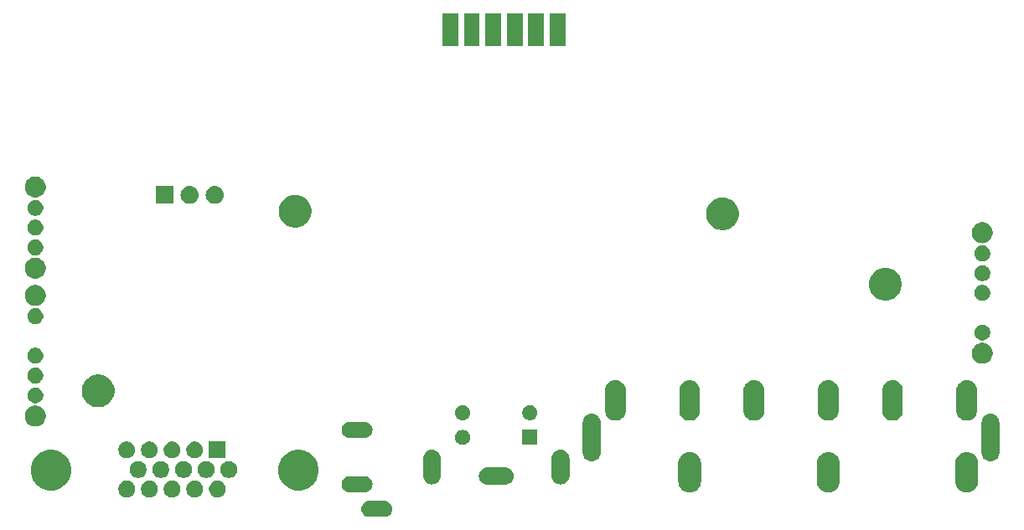
<source format=gbs>
G04 #@! TF.GenerationSoftware,KiCad,Pcbnew,(5.1.0)-1*
G04 #@! TF.CreationDate,2019-06-07T12:29:44-04:00*
G04 #@! TF.ProjectId,PSX Breakout,50535820-4272-4656-916b-6f75742e6b69,rev?*
G04 #@! TF.SameCoordinates,Original*
G04 #@! TF.FileFunction,Soldermask,Bot*
G04 #@! TF.FilePolarity,Negative*
%FSLAX46Y46*%
G04 Gerber Fmt 4.6, Leading zero omitted, Abs format (unit mm)*
G04 Created by KiCad (PCBNEW (5.1.0)-1) date 2019-06-07 12:29:44*
%MOMM*%
%LPD*%
G04 APERTURE LIST*
%ADD10C,0.100000*%
G04 APERTURE END LIST*
D10*
G36*
X127530808Y-109442648D02*
G01*
X127682551Y-109488678D01*
X127822398Y-109563428D01*
X127944975Y-109664025D01*
X128045572Y-109786602D01*
X128120322Y-109926449D01*
X128166352Y-110078192D01*
X128181895Y-110236000D01*
X128166352Y-110393808D01*
X128120322Y-110545551D01*
X128045572Y-110685398D01*
X127944975Y-110807975D01*
X127822398Y-110908572D01*
X127682551Y-110983322D01*
X127530808Y-111029352D01*
X127412546Y-111041000D01*
X125825454Y-111041000D01*
X125707192Y-111029352D01*
X125555449Y-110983322D01*
X125415602Y-110908572D01*
X125293025Y-110807975D01*
X125192428Y-110685398D01*
X125117678Y-110545551D01*
X125071648Y-110393808D01*
X125056105Y-110236000D01*
X125071648Y-110078192D01*
X125117678Y-109926449D01*
X125192428Y-109786602D01*
X125293025Y-109664025D01*
X125415602Y-109563428D01*
X125555449Y-109488678D01*
X125707192Y-109442648D01*
X125825454Y-109431000D01*
X127412546Y-109431000D01*
X127530808Y-109442648D01*
X127530808Y-109442648D01*
G37*
G36*
X110758728Y-107408703D02*
G01*
X110913600Y-107472853D01*
X111052981Y-107565985D01*
X111171515Y-107684519D01*
X111264647Y-107823900D01*
X111328797Y-107978772D01*
X111361500Y-108143184D01*
X111361500Y-108310816D01*
X111328797Y-108475228D01*
X111264647Y-108630100D01*
X111171515Y-108769481D01*
X111052981Y-108888015D01*
X110913600Y-108981147D01*
X110758728Y-109045297D01*
X110594316Y-109078000D01*
X110426684Y-109078000D01*
X110262272Y-109045297D01*
X110107400Y-108981147D01*
X109968019Y-108888015D01*
X109849485Y-108769481D01*
X109756353Y-108630100D01*
X109692203Y-108475228D01*
X109659500Y-108310816D01*
X109659500Y-108143184D01*
X109692203Y-107978772D01*
X109756353Y-107823900D01*
X109849485Y-107684519D01*
X109968019Y-107565985D01*
X110107400Y-107472853D01*
X110262272Y-107408703D01*
X110426684Y-107376000D01*
X110594316Y-107376000D01*
X110758728Y-107408703D01*
X110758728Y-107408703D01*
G37*
G36*
X101598728Y-107408703D02*
G01*
X101753600Y-107472853D01*
X101892981Y-107565985D01*
X102011515Y-107684519D01*
X102104647Y-107823900D01*
X102168797Y-107978772D01*
X102201500Y-108143184D01*
X102201500Y-108310816D01*
X102168797Y-108475228D01*
X102104647Y-108630100D01*
X102011515Y-108769481D01*
X101892981Y-108888015D01*
X101753600Y-108981147D01*
X101598728Y-109045297D01*
X101434316Y-109078000D01*
X101266684Y-109078000D01*
X101102272Y-109045297D01*
X100947400Y-108981147D01*
X100808019Y-108888015D01*
X100689485Y-108769481D01*
X100596353Y-108630100D01*
X100532203Y-108475228D01*
X100499500Y-108310816D01*
X100499500Y-108143184D01*
X100532203Y-107978772D01*
X100596353Y-107823900D01*
X100689485Y-107684519D01*
X100808019Y-107565985D01*
X100947400Y-107472853D01*
X101102272Y-107408703D01*
X101266684Y-107376000D01*
X101434316Y-107376000D01*
X101598728Y-107408703D01*
X101598728Y-107408703D01*
G37*
G36*
X103888728Y-107408703D02*
G01*
X104043600Y-107472853D01*
X104182981Y-107565985D01*
X104301515Y-107684519D01*
X104394647Y-107823900D01*
X104458797Y-107978772D01*
X104491500Y-108143184D01*
X104491500Y-108310816D01*
X104458797Y-108475228D01*
X104394647Y-108630100D01*
X104301515Y-108769481D01*
X104182981Y-108888015D01*
X104043600Y-108981147D01*
X103888728Y-109045297D01*
X103724316Y-109078000D01*
X103556684Y-109078000D01*
X103392272Y-109045297D01*
X103237400Y-108981147D01*
X103098019Y-108888015D01*
X102979485Y-108769481D01*
X102886353Y-108630100D01*
X102822203Y-108475228D01*
X102789500Y-108310816D01*
X102789500Y-108143184D01*
X102822203Y-107978772D01*
X102886353Y-107823900D01*
X102979485Y-107684519D01*
X103098019Y-107565985D01*
X103237400Y-107472853D01*
X103392272Y-107408703D01*
X103556684Y-107376000D01*
X103724316Y-107376000D01*
X103888728Y-107408703D01*
X103888728Y-107408703D01*
G37*
G36*
X108468728Y-107408703D02*
G01*
X108623600Y-107472853D01*
X108762981Y-107565985D01*
X108881515Y-107684519D01*
X108974647Y-107823900D01*
X109038797Y-107978772D01*
X109071500Y-108143184D01*
X109071500Y-108310816D01*
X109038797Y-108475228D01*
X108974647Y-108630100D01*
X108881515Y-108769481D01*
X108762981Y-108888015D01*
X108623600Y-108981147D01*
X108468728Y-109045297D01*
X108304316Y-109078000D01*
X108136684Y-109078000D01*
X107972272Y-109045297D01*
X107817400Y-108981147D01*
X107678019Y-108888015D01*
X107559485Y-108769481D01*
X107466353Y-108630100D01*
X107402203Y-108475228D01*
X107369500Y-108310816D01*
X107369500Y-108143184D01*
X107402203Y-107978772D01*
X107466353Y-107823900D01*
X107559485Y-107684519D01*
X107678019Y-107565985D01*
X107817400Y-107472853D01*
X107972272Y-107408703D01*
X108136684Y-107376000D01*
X108304316Y-107376000D01*
X108468728Y-107408703D01*
X108468728Y-107408703D01*
G37*
G36*
X106178728Y-107408703D02*
G01*
X106333600Y-107472853D01*
X106472981Y-107565985D01*
X106591515Y-107684519D01*
X106684647Y-107823900D01*
X106748797Y-107978772D01*
X106781500Y-108143184D01*
X106781500Y-108310816D01*
X106748797Y-108475228D01*
X106684647Y-108630100D01*
X106591515Y-108769481D01*
X106472981Y-108888015D01*
X106333600Y-108981147D01*
X106178728Y-109045297D01*
X106014316Y-109078000D01*
X105846684Y-109078000D01*
X105682272Y-109045297D01*
X105527400Y-108981147D01*
X105388019Y-108888015D01*
X105269485Y-108769481D01*
X105176353Y-108630100D01*
X105112203Y-108475228D01*
X105079500Y-108310816D01*
X105079500Y-108143184D01*
X105112203Y-107978772D01*
X105176353Y-107823900D01*
X105269485Y-107684519D01*
X105388019Y-107565985D01*
X105527400Y-107472853D01*
X105682272Y-107408703D01*
X105846684Y-107376000D01*
X106014316Y-107376000D01*
X106178728Y-107408703D01*
X106178728Y-107408703D01*
G37*
G36*
X186449134Y-104475654D02*
G01*
X186666099Y-104541470D01*
X186666101Y-104541471D01*
X186866053Y-104648347D01*
X186892559Y-104670100D01*
X187041318Y-104792182D01*
X187094074Y-104856466D01*
X187185153Y-104967445D01*
X187282829Y-105150186D01*
X187292030Y-105167400D01*
X187320963Y-105262779D01*
X187357846Y-105384366D01*
X187374500Y-105553455D01*
X187374500Y-107466545D01*
X187367050Y-107542185D01*
X187357846Y-107635635D01*
X187311031Y-107789963D01*
X187292029Y-107852602D01*
X187185153Y-108052555D01*
X187041318Y-108227818D01*
X186866055Y-108371653D01*
X186672278Y-108475228D01*
X186666100Y-108478530D01*
X186449135Y-108544346D01*
X186223500Y-108566569D01*
X185997866Y-108544346D01*
X185780901Y-108478530D01*
X185774723Y-108475228D01*
X185580946Y-108371653D01*
X185405683Y-108227818D01*
X185261848Y-108052555D01*
X185154972Y-107852602D01*
X185135971Y-107789963D01*
X185089155Y-107635635D01*
X185075026Y-107492185D01*
X185072500Y-107466544D01*
X185072500Y-105553456D01*
X185084787Y-105428703D01*
X185089154Y-105384366D01*
X185154970Y-105167401D01*
X185154972Y-105167398D01*
X185261847Y-104967447D01*
X185294208Y-104928015D01*
X185405682Y-104792182D01*
X185488904Y-104723884D01*
X185580945Y-104648347D01*
X185780898Y-104541471D01*
X185780900Y-104541470D01*
X185997865Y-104475654D01*
X186223500Y-104453431D01*
X186449134Y-104475654D01*
X186449134Y-104475654D01*
G37*
G36*
X158449134Y-104475654D02*
G01*
X158666099Y-104541470D01*
X158666101Y-104541471D01*
X158866053Y-104648347D01*
X158892559Y-104670100D01*
X159041318Y-104792182D01*
X159094074Y-104856466D01*
X159185153Y-104967445D01*
X159282829Y-105150186D01*
X159292030Y-105167400D01*
X159320963Y-105262779D01*
X159357846Y-105384366D01*
X159374500Y-105553455D01*
X159374500Y-107466545D01*
X159367050Y-107542185D01*
X159357846Y-107635635D01*
X159311031Y-107789963D01*
X159292029Y-107852602D01*
X159185153Y-108052555D01*
X159041318Y-108227818D01*
X158866055Y-108371653D01*
X158672278Y-108475228D01*
X158666100Y-108478530D01*
X158449135Y-108544346D01*
X158223500Y-108566569D01*
X157997866Y-108544346D01*
X157780901Y-108478530D01*
X157774723Y-108475228D01*
X157580946Y-108371653D01*
X157405683Y-108227818D01*
X157261848Y-108052555D01*
X157154972Y-107852602D01*
X157135971Y-107789963D01*
X157089155Y-107635635D01*
X157075026Y-107492185D01*
X157072500Y-107466544D01*
X157072500Y-105553456D01*
X157084787Y-105428703D01*
X157089154Y-105384366D01*
X157154970Y-105167401D01*
X157154972Y-105167398D01*
X157261847Y-104967447D01*
X157294208Y-104928015D01*
X157405682Y-104792182D01*
X157488904Y-104723884D01*
X157580945Y-104648347D01*
X157780898Y-104541471D01*
X157780900Y-104541470D01*
X157997865Y-104475654D01*
X158223500Y-104453431D01*
X158449134Y-104475654D01*
X158449134Y-104475654D01*
G37*
G36*
X172449134Y-104475654D02*
G01*
X172666099Y-104541470D01*
X172666101Y-104541471D01*
X172866053Y-104648347D01*
X172892559Y-104670100D01*
X173041318Y-104792182D01*
X173094074Y-104856466D01*
X173185153Y-104967445D01*
X173282829Y-105150186D01*
X173292030Y-105167400D01*
X173320963Y-105262779D01*
X173357846Y-105384366D01*
X173374500Y-105553455D01*
X173374500Y-107466545D01*
X173367050Y-107542185D01*
X173357846Y-107635635D01*
X173311031Y-107789963D01*
X173292029Y-107852602D01*
X173185153Y-108052555D01*
X173041318Y-108227818D01*
X172866055Y-108371653D01*
X172672278Y-108475228D01*
X172666100Y-108478530D01*
X172449135Y-108544346D01*
X172223500Y-108566569D01*
X171997866Y-108544346D01*
X171780901Y-108478530D01*
X171774723Y-108475228D01*
X171580946Y-108371653D01*
X171405683Y-108227818D01*
X171261848Y-108052555D01*
X171154972Y-107852602D01*
X171135971Y-107789963D01*
X171089155Y-107635635D01*
X171075026Y-107492185D01*
X171072500Y-107466544D01*
X171072500Y-105553456D01*
X171084787Y-105428703D01*
X171089154Y-105384366D01*
X171154970Y-105167401D01*
X171154972Y-105167398D01*
X171261847Y-104967447D01*
X171294208Y-104928015D01*
X171405682Y-104792182D01*
X171488904Y-104723884D01*
X171580945Y-104648347D01*
X171780898Y-104541471D01*
X171780900Y-104541470D01*
X171997865Y-104475654D01*
X172223500Y-104453431D01*
X172449134Y-104475654D01*
X172449134Y-104475654D01*
G37*
G36*
X125530808Y-106942648D02*
G01*
X125682551Y-106988678D01*
X125822398Y-107063428D01*
X125944975Y-107164025D01*
X126045572Y-107286602D01*
X126120322Y-107426449D01*
X126166352Y-107578192D01*
X126181895Y-107736000D01*
X126166352Y-107893808D01*
X126120322Y-108045551D01*
X126045572Y-108185398D01*
X125944975Y-108307975D01*
X125822398Y-108408572D01*
X125682551Y-108483322D01*
X125530808Y-108529352D01*
X125412546Y-108541000D01*
X123825454Y-108541000D01*
X123707192Y-108529352D01*
X123555449Y-108483322D01*
X123415602Y-108408572D01*
X123293025Y-108307975D01*
X123192428Y-108185398D01*
X123117678Y-108045551D01*
X123071648Y-107893808D01*
X123056105Y-107736000D01*
X123071648Y-107578192D01*
X123117678Y-107426449D01*
X123192428Y-107286602D01*
X123293025Y-107164025D01*
X123415602Y-107063428D01*
X123555449Y-106988678D01*
X123707192Y-106942648D01*
X123825454Y-106931000D01*
X125412546Y-106931000D01*
X125530808Y-106942648D01*
X125530808Y-106942648D01*
G37*
G36*
X119293754Y-104344818D02*
G01*
X119609620Y-104475654D01*
X119667013Y-104499427D01*
X120002936Y-104723884D01*
X120288616Y-105009564D01*
X120457809Y-105262778D01*
X120513074Y-105345489D01*
X120667682Y-105718746D01*
X120746500Y-106114993D01*
X120746500Y-106519007D01*
X120667682Y-106915254D01*
X120550372Y-107198465D01*
X120513073Y-107288513D01*
X120288616Y-107624436D01*
X120002936Y-107910116D01*
X119667013Y-108134573D01*
X119667012Y-108134574D01*
X119667011Y-108134574D01*
X119293754Y-108289182D01*
X118897507Y-108368000D01*
X118493493Y-108368000D01*
X118097246Y-108289182D01*
X117723989Y-108134574D01*
X117723988Y-108134574D01*
X117723987Y-108134573D01*
X117388064Y-107910116D01*
X117102384Y-107624436D01*
X116877927Y-107288513D01*
X116840628Y-107198465D01*
X116723318Y-106915254D01*
X116644500Y-106519007D01*
X116644500Y-106114993D01*
X116723318Y-105718746D01*
X116877926Y-105345489D01*
X116933192Y-105262778D01*
X117102384Y-105009564D01*
X117388064Y-104723884D01*
X117723987Y-104499427D01*
X117781380Y-104475654D01*
X118097246Y-104344818D01*
X118493493Y-104266000D01*
X118897507Y-104266000D01*
X119293754Y-104344818D01*
X119293754Y-104344818D01*
G37*
G36*
X94293754Y-104344818D02*
G01*
X94609620Y-104475654D01*
X94667013Y-104499427D01*
X95002936Y-104723884D01*
X95288616Y-105009564D01*
X95457809Y-105262778D01*
X95513074Y-105345489D01*
X95667682Y-105718746D01*
X95746500Y-106114993D01*
X95746500Y-106519007D01*
X95667682Y-106915254D01*
X95550372Y-107198465D01*
X95513073Y-107288513D01*
X95288616Y-107624436D01*
X95002936Y-107910116D01*
X94667013Y-108134573D01*
X94667012Y-108134574D01*
X94667011Y-108134574D01*
X94293754Y-108289182D01*
X93897507Y-108368000D01*
X93493493Y-108368000D01*
X93097246Y-108289182D01*
X92723989Y-108134574D01*
X92723988Y-108134574D01*
X92723987Y-108134573D01*
X92388064Y-107910116D01*
X92102384Y-107624436D01*
X91877927Y-107288513D01*
X91840628Y-107198465D01*
X91723318Y-106915254D01*
X91644500Y-106519007D01*
X91644500Y-106114993D01*
X91723318Y-105718746D01*
X91877926Y-105345489D01*
X91933192Y-105262778D01*
X92102384Y-105009564D01*
X92388064Y-104723884D01*
X92723987Y-104499427D01*
X92781380Y-104475654D01*
X93097246Y-104344818D01*
X93493493Y-104266000D01*
X93897507Y-104266000D01*
X94293754Y-104344818D01*
X94293754Y-104344818D01*
G37*
G36*
X139644443Y-106007519D02*
G01*
X139710627Y-106014037D01*
X139880466Y-106065557D01*
X140036991Y-106149222D01*
X140072729Y-106178552D01*
X140174186Y-106261814D01*
X140257448Y-106363271D01*
X140286778Y-106399009D01*
X140370443Y-106555534D01*
X140421963Y-106725373D01*
X140439359Y-106902000D01*
X140421963Y-107078627D01*
X140370443Y-107248466D01*
X140286778Y-107404991D01*
X140257448Y-107440729D01*
X140174186Y-107542186D01*
X140097916Y-107604778D01*
X140036991Y-107654778D01*
X140036989Y-107654779D01*
X139885037Y-107736000D01*
X139880466Y-107738443D01*
X139710627Y-107789963D01*
X139644442Y-107796482D01*
X139578260Y-107803000D01*
X137789740Y-107803000D01*
X137723558Y-107796482D01*
X137657373Y-107789963D01*
X137487534Y-107738443D01*
X137482964Y-107736000D01*
X137331011Y-107654779D01*
X137331009Y-107654778D01*
X137270084Y-107604778D01*
X137193814Y-107542186D01*
X137110552Y-107440729D01*
X137081222Y-107404991D01*
X136997557Y-107248466D01*
X136946037Y-107078627D01*
X136928641Y-106902000D01*
X136946037Y-106725373D01*
X136997557Y-106555534D01*
X137081222Y-106399009D01*
X137110552Y-106363271D01*
X137193814Y-106261814D01*
X137295271Y-106178552D01*
X137331009Y-106149222D01*
X137487534Y-106065557D01*
X137657373Y-106014037D01*
X137723557Y-106007519D01*
X137789740Y-106001000D01*
X139578260Y-106001000D01*
X139644443Y-106007519D01*
X139644443Y-106007519D01*
G37*
G36*
X132360626Y-104264037D02*
G01*
X132530465Y-104315557D01*
X132530467Y-104315558D01*
X132686989Y-104399221D01*
X132824186Y-104511814D01*
X132907448Y-104613271D01*
X132936778Y-104649009D01*
X133020443Y-104805534D01*
X133071963Y-104975373D01*
X133071963Y-104975375D01*
X133085000Y-105107740D01*
X133085000Y-106896260D01*
X133083842Y-106908015D01*
X133071963Y-107028627D01*
X133020443Y-107198466D01*
X132936778Y-107354991D01*
X132919536Y-107376000D01*
X132824186Y-107492186D01*
X132734260Y-107565985D01*
X132686991Y-107604778D01*
X132530466Y-107688443D01*
X132360627Y-107739963D01*
X132184000Y-107757359D01*
X132007374Y-107739963D01*
X131837535Y-107688443D01*
X131681010Y-107604778D01*
X131633741Y-107565985D01*
X131543815Y-107492186D01*
X131448465Y-107376000D01*
X131431223Y-107354991D01*
X131347558Y-107198466D01*
X131296038Y-107028627D01*
X131284159Y-106908015D01*
X131283001Y-106896260D01*
X131283000Y-105107741D01*
X131296037Y-104975376D01*
X131296037Y-104975374D01*
X131347557Y-104805535D01*
X131354694Y-104792182D01*
X131431221Y-104649011D01*
X131543814Y-104511814D01*
X131645271Y-104428552D01*
X131681009Y-104399222D01*
X131837534Y-104315557D01*
X132007373Y-104264037D01*
X132184000Y-104246641D01*
X132360626Y-104264037D01*
X132360626Y-104264037D01*
G37*
G36*
X145360627Y-104264037D02*
G01*
X145530466Y-104315557D01*
X145686991Y-104399222D01*
X145722729Y-104428552D01*
X145824186Y-104511814D01*
X145907448Y-104613271D01*
X145936778Y-104649009D01*
X146020443Y-104805534D01*
X146071963Y-104975373D01*
X146071963Y-104975375D01*
X146085000Y-105107740D01*
X146085000Y-106896260D01*
X146083842Y-106908015D01*
X146071963Y-107028627D01*
X146020443Y-107198466D01*
X145936778Y-107354991D01*
X145919536Y-107376000D01*
X145824186Y-107492186D01*
X145686989Y-107604779D01*
X145530467Y-107688442D01*
X145530465Y-107688443D01*
X145360626Y-107739963D01*
X145184000Y-107757359D01*
X145007373Y-107739963D01*
X144837534Y-107688443D01*
X144681009Y-107604778D01*
X144633740Y-107565985D01*
X144543814Y-107492186D01*
X144431221Y-107354989D01*
X144347558Y-107198467D01*
X144337110Y-107164025D01*
X144296037Y-107028626D01*
X144284158Y-106908015D01*
X144283000Y-106896259D01*
X144283001Y-105107740D01*
X144296038Y-104975375D01*
X144296038Y-104975373D01*
X144347558Y-104805534D01*
X144431223Y-104649009D01*
X144460553Y-104613271D01*
X144543815Y-104511814D01*
X144645272Y-104428552D01*
X144681010Y-104399222D01*
X144837535Y-104315557D01*
X145007374Y-104264037D01*
X145184000Y-104246641D01*
X145360627Y-104264037D01*
X145360627Y-104264037D01*
G37*
G36*
X107323728Y-105428703D02*
G01*
X107478600Y-105492853D01*
X107617981Y-105585985D01*
X107736515Y-105704519D01*
X107829647Y-105843900D01*
X107893797Y-105998772D01*
X107926500Y-106163184D01*
X107926500Y-106330816D01*
X107893797Y-106495228D01*
X107829647Y-106650100D01*
X107736515Y-106789481D01*
X107617981Y-106908015D01*
X107478600Y-107001147D01*
X107323728Y-107065297D01*
X107159316Y-107098000D01*
X106991684Y-107098000D01*
X106827272Y-107065297D01*
X106672400Y-107001147D01*
X106533019Y-106908015D01*
X106414485Y-106789481D01*
X106321353Y-106650100D01*
X106257203Y-106495228D01*
X106224500Y-106330816D01*
X106224500Y-106163184D01*
X106257203Y-105998772D01*
X106321353Y-105843900D01*
X106414485Y-105704519D01*
X106533019Y-105585985D01*
X106672400Y-105492853D01*
X106827272Y-105428703D01*
X106991684Y-105396000D01*
X107159316Y-105396000D01*
X107323728Y-105428703D01*
X107323728Y-105428703D01*
G37*
G36*
X111903728Y-105428703D02*
G01*
X112058600Y-105492853D01*
X112197981Y-105585985D01*
X112316515Y-105704519D01*
X112409647Y-105843900D01*
X112473797Y-105998772D01*
X112506500Y-106163184D01*
X112506500Y-106330816D01*
X112473797Y-106495228D01*
X112409647Y-106650100D01*
X112316515Y-106789481D01*
X112197981Y-106908015D01*
X112058600Y-107001147D01*
X111903728Y-107065297D01*
X111739316Y-107098000D01*
X111571684Y-107098000D01*
X111407272Y-107065297D01*
X111252400Y-107001147D01*
X111113019Y-106908015D01*
X110994485Y-106789481D01*
X110901353Y-106650100D01*
X110837203Y-106495228D01*
X110804500Y-106330816D01*
X110804500Y-106163184D01*
X110837203Y-105998772D01*
X110901353Y-105843900D01*
X110994485Y-105704519D01*
X111113019Y-105585985D01*
X111252400Y-105492853D01*
X111407272Y-105428703D01*
X111571684Y-105396000D01*
X111739316Y-105396000D01*
X111903728Y-105428703D01*
X111903728Y-105428703D01*
G37*
G36*
X105033728Y-105428703D02*
G01*
X105188600Y-105492853D01*
X105327981Y-105585985D01*
X105446515Y-105704519D01*
X105539647Y-105843900D01*
X105603797Y-105998772D01*
X105636500Y-106163184D01*
X105636500Y-106330816D01*
X105603797Y-106495228D01*
X105539647Y-106650100D01*
X105446515Y-106789481D01*
X105327981Y-106908015D01*
X105188600Y-107001147D01*
X105033728Y-107065297D01*
X104869316Y-107098000D01*
X104701684Y-107098000D01*
X104537272Y-107065297D01*
X104382400Y-107001147D01*
X104243019Y-106908015D01*
X104124485Y-106789481D01*
X104031353Y-106650100D01*
X103967203Y-106495228D01*
X103934500Y-106330816D01*
X103934500Y-106163184D01*
X103967203Y-105998772D01*
X104031353Y-105843900D01*
X104124485Y-105704519D01*
X104243019Y-105585985D01*
X104382400Y-105492853D01*
X104537272Y-105428703D01*
X104701684Y-105396000D01*
X104869316Y-105396000D01*
X105033728Y-105428703D01*
X105033728Y-105428703D01*
G37*
G36*
X109613728Y-105428703D02*
G01*
X109768600Y-105492853D01*
X109907981Y-105585985D01*
X110026515Y-105704519D01*
X110119647Y-105843900D01*
X110183797Y-105998772D01*
X110216500Y-106163184D01*
X110216500Y-106330816D01*
X110183797Y-106495228D01*
X110119647Y-106650100D01*
X110026515Y-106789481D01*
X109907981Y-106908015D01*
X109768600Y-107001147D01*
X109613728Y-107065297D01*
X109449316Y-107098000D01*
X109281684Y-107098000D01*
X109117272Y-107065297D01*
X108962400Y-107001147D01*
X108823019Y-106908015D01*
X108704485Y-106789481D01*
X108611353Y-106650100D01*
X108547203Y-106495228D01*
X108514500Y-106330816D01*
X108514500Y-106163184D01*
X108547203Y-105998772D01*
X108611353Y-105843900D01*
X108704485Y-105704519D01*
X108823019Y-105585985D01*
X108962400Y-105492853D01*
X109117272Y-105428703D01*
X109281684Y-105396000D01*
X109449316Y-105396000D01*
X109613728Y-105428703D01*
X109613728Y-105428703D01*
G37*
G36*
X102743728Y-105428703D02*
G01*
X102898600Y-105492853D01*
X103037981Y-105585985D01*
X103156515Y-105704519D01*
X103249647Y-105843900D01*
X103313797Y-105998772D01*
X103346500Y-106163184D01*
X103346500Y-106330816D01*
X103313797Y-106495228D01*
X103249647Y-106650100D01*
X103156515Y-106789481D01*
X103037981Y-106908015D01*
X102898600Y-107001147D01*
X102743728Y-107065297D01*
X102579316Y-107098000D01*
X102411684Y-107098000D01*
X102247272Y-107065297D01*
X102092400Y-107001147D01*
X101953019Y-106908015D01*
X101834485Y-106789481D01*
X101741353Y-106650100D01*
X101677203Y-106495228D01*
X101644500Y-106330816D01*
X101644500Y-106163184D01*
X101677203Y-105998772D01*
X101741353Y-105843900D01*
X101834485Y-105704519D01*
X101953019Y-105585985D01*
X102092400Y-105492853D01*
X102247272Y-105428703D01*
X102411684Y-105396000D01*
X102579316Y-105396000D01*
X102743728Y-105428703D01*
X102743728Y-105428703D01*
G37*
G36*
X188800126Y-100622037D02*
G01*
X188969965Y-100673557D01*
X188969967Y-100673558D01*
X189126489Y-100757221D01*
X189263686Y-100869814D01*
X189325810Y-100945514D01*
X189376278Y-101007009D01*
X189459943Y-101163534D01*
X189511463Y-101333373D01*
X189511463Y-101333375D01*
X189522226Y-101442648D01*
X189524500Y-101465742D01*
X189524500Y-104554258D01*
X189511463Y-104686627D01*
X189459943Y-104856466D01*
X189376278Y-105012991D01*
X189346948Y-105048729D01*
X189263686Y-105150186D01*
X189162229Y-105233448D01*
X189126491Y-105262778D01*
X188969966Y-105346443D01*
X188800127Y-105397963D01*
X188623500Y-105415359D01*
X188446874Y-105397963D01*
X188277035Y-105346443D01*
X188120510Y-105262778D01*
X188084772Y-105233448D01*
X187983315Y-105150186D01*
X187900053Y-105048729D01*
X187870723Y-105012991D01*
X187787058Y-104856466D01*
X187735538Y-104686627D01*
X187722501Y-104554258D01*
X187722500Y-101465743D01*
X187724775Y-101442648D01*
X187735537Y-101333376D01*
X187735537Y-101333374D01*
X187787057Y-101163535D01*
X187800651Y-101138103D01*
X187870721Y-101007011D01*
X187983314Y-100869814D01*
X188084771Y-100786552D01*
X188120509Y-100757222D01*
X188277034Y-100673557D01*
X188446873Y-100622037D01*
X188623500Y-100604641D01*
X188800126Y-100622037D01*
X188800126Y-100622037D01*
G37*
G36*
X148500126Y-100622037D02*
G01*
X148669965Y-100673557D01*
X148669967Y-100673558D01*
X148826489Y-100757221D01*
X148963686Y-100869814D01*
X149025810Y-100945514D01*
X149076278Y-101007009D01*
X149159943Y-101163534D01*
X149211463Y-101333373D01*
X149211463Y-101333375D01*
X149222226Y-101442648D01*
X149224500Y-101465742D01*
X149224500Y-104554258D01*
X149211463Y-104686627D01*
X149159943Y-104856466D01*
X149076278Y-105012991D01*
X149046948Y-105048729D01*
X148963686Y-105150186D01*
X148862229Y-105233448D01*
X148826491Y-105262778D01*
X148669966Y-105346443D01*
X148500127Y-105397963D01*
X148323500Y-105415359D01*
X148146874Y-105397963D01*
X147977035Y-105346443D01*
X147820510Y-105262778D01*
X147784772Y-105233448D01*
X147683315Y-105150186D01*
X147600053Y-105048729D01*
X147570723Y-105012991D01*
X147487058Y-104856466D01*
X147435538Y-104686627D01*
X147422501Y-104554258D01*
X147422500Y-101465743D01*
X147424775Y-101442648D01*
X147435537Y-101333376D01*
X147435537Y-101333374D01*
X147487057Y-101163535D01*
X147500651Y-101138103D01*
X147570721Y-101007011D01*
X147683314Y-100869814D01*
X147784771Y-100786552D01*
X147820509Y-100757222D01*
X147977034Y-100673557D01*
X148146873Y-100622037D01*
X148323500Y-100604641D01*
X148500126Y-100622037D01*
X148500126Y-100622037D01*
G37*
G36*
X108468728Y-103448703D02*
G01*
X108623600Y-103512853D01*
X108762981Y-103605985D01*
X108881515Y-103724519D01*
X108974647Y-103863900D01*
X109038797Y-104018772D01*
X109071500Y-104183184D01*
X109071500Y-104350816D01*
X109038797Y-104515228D01*
X108974647Y-104670100D01*
X108881515Y-104809481D01*
X108762981Y-104928015D01*
X108623600Y-105021147D01*
X108468728Y-105085297D01*
X108304316Y-105118000D01*
X108136684Y-105118000D01*
X107972272Y-105085297D01*
X107817400Y-105021147D01*
X107678019Y-104928015D01*
X107559485Y-104809481D01*
X107466353Y-104670100D01*
X107402203Y-104515228D01*
X107369500Y-104350816D01*
X107369500Y-104183184D01*
X107402203Y-104018772D01*
X107466353Y-103863900D01*
X107559485Y-103724519D01*
X107678019Y-103605985D01*
X107817400Y-103512853D01*
X107972272Y-103448703D01*
X108136684Y-103416000D01*
X108304316Y-103416000D01*
X108468728Y-103448703D01*
X108468728Y-103448703D01*
G37*
G36*
X111361500Y-105118000D02*
G01*
X109659500Y-105118000D01*
X109659500Y-103416000D01*
X111361500Y-103416000D01*
X111361500Y-105118000D01*
X111361500Y-105118000D01*
G37*
G36*
X106178728Y-103448703D02*
G01*
X106333600Y-103512853D01*
X106472981Y-103605985D01*
X106591515Y-103724519D01*
X106684647Y-103863900D01*
X106748797Y-104018772D01*
X106781500Y-104183184D01*
X106781500Y-104350816D01*
X106748797Y-104515228D01*
X106684647Y-104670100D01*
X106591515Y-104809481D01*
X106472981Y-104928015D01*
X106333600Y-105021147D01*
X106178728Y-105085297D01*
X106014316Y-105118000D01*
X105846684Y-105118000D01*
X105682272Y-105085297D01*
X105527400Y-105021147D01*
X105388019Y-104928015D01*
X105269485Y-104809481D01*
X105176353Y-104670100D01*
X105112203Y-104515228D01*
X105079500Y-104350816D01*
X105079500Y-104183184D01*
X105112203Y-104018772D01*
X105176353Y-103863900D01*
X105269485Y-103724519D01*
X105388019Y-103605985D01*
X105527400Y-103512853D01*
X105682272Y-103448703D01*
X105846684Y-103416000D01*
X106014316Y-103416000D01*
X106178728Y-103448703D01*
X106178728Y-103448703D01*
G37*
G36*
X103888728Y-103448703D02*
G01*
X104043600Y-103512853D01*
X104182981Y-103605985D01*
X104301515Y-103724519D01*
X104394647Y-103863900D01*
X104458797Y-104018772D01*
X104491500Y-104183184D01*
X104491500Y-104350816D01*
X104458797Y-104515228D01*
X104394647Y-104670100D01*
X104301515Y-104809481D01*
X104182981Y-104928015D01*
X104043600Y-105021147D01*
X103888728Y-105085297D01*
X103724316Y-105118000D01*
X103556684Y-105118000D01*
X103392272Y-105085297D01*
X103237400Y-105021147D01*
X103098019Y-104928015D01*
X102979485Y-104809481D01*
X102886353Y-104670100D01*
X102822203Y-104515228D01*
X102789500Y-104350816D01*
X102789500Y-104183184D01*
X102822203Y-104018772D01*
X102886353Y-103863900D01*
X102979485Y-103724519D01*
X103098019Y-103605985D01*
X103237400Y-103512853D01*
X103392272Y-103448703D01*
X103556684Y-103416000D01*
X103724316Y-103416000D01*
X103888728Y-103448703D01*
X103888728Y-103448703D01*
G37*
G36*
X101598728Y-103448703D02*
G01*
X101753600Y-103512853D01*
X101892981Y-103605985D01*
X102011515Y-103724519D01*
X102104647Y-103863900D01*
X102168797Y-104018772D01*
X102201500Y-104183184D01*
X102201500Y-104350816D01*
X102168797Y-104515228D01*
X102104647Y-104670100D01*
X102011515Y-104809481D01*
X101892981Y-104928015D01*
X101753600Y-105021147D01*
X101598728Y-105085297D01*
X101434316Y-105118000D01*
X101266684Y-105118000D01*
X101102272Y-105085297D01*
X100947400Y-105021147D01*
X100808019Y-104928015D01*
X100689485Y-104809481D01*
X100596353Y-104670100D01*
X100532203Y-104515228D01*
X100499500Y-104350816D01*
X100499500Y-104183184D01*
X100532203Y-104018772D01*
X100596353Y-103863900D01*
X100689485Y-103724519D01*
X100808019Y-103605985D01*
X100947400Y-103512853D01*
X101102272Y-103448703D01*
X101266684Y-103416000D01*
X101434316Y-103416000D01*
X101598728Y-103448703D01*
X101598728Y-103448703D01*
G37*
G36*
X142839000Y-103757000D02*
G01*
X141329000Y-103757000D01*
X141329000Y-102247000D01*
X142839000Y-102247000D01*
X142839000Y-103757000D01*
X142839000Y-103757000D01*
G37*
G36*
X135431293Y-102261507D02*
G01*
X135504225Y-102276014D01*
X135561138Y-102299588D01*
X135641626Y-102332927D01*
X135765284Y-102415553D01*
X135870447Y-102520716D01*
X135953073Y-102644374D01*
X136009986Y-102781776D01*
X136039000Y-102927638D01*
X136039000Y-103076362D01*
X136009986Y-103222224D01*
X135953073Y-103359626D01*
X135870447Y-103483284D01*
X135765284Y-103588447D01*
X135641626Y-103671073D01*
X135561138Y-103704412D01*
X135504225Y-103727986D01*
X135431293Y-103742493D01*
X135358362Y-103757000D01*
X135209638Y-103757000D01*
X135136707Y-103742493D01*
X135063775Y-103727986D01*
X135006862Y-103704412D01*
X134926374Y-103671073D01*
X134802716Y-103588447D01*
X134697553Y-103483284D01*
X134614927Y-103359626D01*
X134558014Y-103222224D01*
X134529000Y-103076362D01*
X134529000Y-102927638D01*
X134558014Y-102781776D01*
X134614927Y-102644374D01*
X134697553Y-102520716D01*
X134802716Y-102415553D01*
X134926374Y-102332927D01*
X135006862Y-102299588D01*
X135063775Y-102276014D01*
X135136707Y-102261507D01*
X135209638Y-102247000D01*
X135358362Y-102247000D01*
X135431293Y-102261507D01*
X135431293Y-102261507D01*
G37*
G36*
X125530808Y-101442648D02*
G01*
X125682551Y-101488678D01*
X125822398Y-101563428D01*
X125944975Y-101664025D01*
X126045572Y-101786602D01*
X126120322Y-101926449D01*
X126166352Y-102078192D01*
X126181895Y-102236000D01*
X126166352Y-102393808D01*
X126120322Y-102545551D01*
X126045572Y-102685398D01*
X125944975Y-102807975D01*
X125822398Y-102908572D01*
X125682551Y-102983322D01*
X125530808Y-103029352D01*
X125412546Y-103041000D01*
X123825454Y-103041000D01*
X123707192Y-103029352D01*
X123555449Y-102983322D01*
X123415602Y-102908572D01*
X123293025Y-102807975D01*
X123192428Y-102685398D01*
X123117678Y-102545551D01*
X123071648Y-102393808D01*
X123056105Y-102236000D01*
X123071648Y-102078192D01*
X123117678Y-101926449D01*
X123192428Y-101786602D01*
X123293025Y-101664025D01*
X123415602Y-101563428D01*
X123555449Y-101488678D01*
X123707192Y-101442648D01*
X123825454Y-101431000D01*
X125412546Y-101431000D01*
X125530808Y-101442648D01*
X125530808Y-101442648D01*
G37*
G36*
X92125860Y-99754388D02*
G01*
X92144802Y-99769934D01*
X92166413Y-99781485D01*
X92189862Y-99788598D01*
X92214248Y-99791000D01*
X92216516Y-99791000D01*
X92419564Y-99831389D01*
X92610833Y-99910615D01*
X92610835Y-99910616D01*
X92775611Y-100020716D01*
X92782973Y-100025635D01*
X92929365Y-100172027D01*
X93044385Y-100344167D01*
X93123611Y-100535436D01*
X93164000Y-100738484D01*
X93164000Y-100945516D01*
X93123611Y-101148564D01*
X93044385Y-101339833D01*
X93044384Y-101339835D01*
X92929365Y-101511973D01*
X92782973Y-101658365D01*
X92610835Y-101773384D01*
X92610834Y-101773385D01*
X92610833Y-101773385D01*
X92419564Y-101852611D01*
X92216516Y-101893000D01*
X92009484Y-101893000D01*
X91806436Y-101852611D01*
X91615167Y-101773385D01*
X91615166Y-101773385D01*
X91615165Y-101773384D01*
X91443027Y-101658365D01*
X91296635Y-101511973D01*
X91181616Y-101339835D01*
X91181615Y-101339833D01*
X91102389Y-101148564D01*
X91062000Y-100945516D01*
X91062000Y-100738484D01*
X91102389Y-100535436D01*
X91181615Y-100344167D01*
X91296635Y-100172027D01*
X91443027Y-100025635D01*
X91450389Y-100020716D01*
X91615165Y-99910616D01*
X91615167Y-99910615D01*
X91806436Y-99831389D01*
X92009484Y-99791000D01*
X92011752Y-99791000D01*
X92036138Y-99788598D01*
X92059587Y-99781485D01*
X92081198Y-99769934D01*
X92100140Y-99754389D01*
X92113000Y-99738718D01*
X92125860Y-99754388D01*
X92125860Y-99754388D01*
G37*
G36*
X164929531Y-97224207D02*
G01*
X165127645Y-97284305D01*
X165127648Y-97284306D01*
X165193530Y-97319521D01*
X165310229Y-97381897D01*
X165470265Y-97513235D01*
X165601603Y-97673271D01*
X165601604Y-97673273D01*
X165699194Y-97855851D01*
X165699194Y-97855852D01*
X165699195Y-97855854D01*
X165759293Y-98053968D01*
X165774500Y-98208370D01*
X165774500Y-100311630D01*
X165759293Y-100466032D01*
X165725824Y-100576362D01*
X165699194Y-100664149D01*
X165659461Y-100738484D01*
X165601603Y-100846729D01*
X165470265Y-101006765D01*
X165310229Y-101138103D01*
X165248548Y-101171072D01*
X165127649Y-101235694D01*
X165127646Y-101235695D01*
X164929532Y-101295793D01*
X164723500Y-101316085D01*
X164517469Y-101295793D01*
X164319355Y-101235695D01*
X164319352Y-101235694D01*
X164198453Y-101171072D01*
X164136772Y-101138103D01*
X163976736Y-101006765D01*
X163845398Y-100846729D01*
X163787540Y-100738484D01*
X163747807Y-100664149D01*
X163721177Y-100576362D01*
X163687708Y-100466032D01*
X163672501Y-100311630D01*
X163672500Y-98208371D01*
X163687707Y-98053969D01*
X163747805Y-97855855D01*
X163747806Y-97855852D01*
X163783021Y-97789970D01*
X163845397Y-97673271D01*
X163976735Y-97513235D01*
X164136771Y-97381897D01*
X164222525Y-97336061D01*
X164319351Y-97284306D01*
X164319354Y-97284305D01*
X164517468Y-97224207D01*
X164723500Y-97203915D01*
X164929531Y-97224207D01*
X164929531Y-97224207D01*
G37*
G36*
X172429531Y-97224207D02*
G01*
X172627645Y-97284305D01*
X172627648Y-97284306D01*
X172693530Y-97319521D01*
X172810229Y-97381897D01*
X172970265Y-97513235D01*
X173101603Y-97673271D01*
X173101604Y-97673273D01*
X173199194Y-97855851D01*
X173199194Y-97855852D01*
X173199195Y-97855854D01*
X173259293Y-98053968D01*
X173274500Y-98208370D01*
X173274500Y-100311630D01*
X173259293Y-100466032D01*
X173225824Y-100576362D01*
X173199194Y-100664149D01*
X173159461Y-100738484D01*
X173101603Y-100846729D01*
X172970265Y-101006765D01*
X172810229Y-101138103D01*
X172748548Y-101171072D01*
X172627649Y-101235694D01*
X172627646Y-101235695D01*
X172429532Y-101295793D01*
X172223500Y-101316085D01*
X172017469Y-101295793D01*
X171819355Y-101235695D01*
X171819352Y-101235694D01*
X171698453Y-101171072D01*
X171636772Y-101138103D01*
X171476736Y-101006765D01*
X171345398Y-100846729D01*
X171287540Y-100738484D01*
X171247807Y-100664149D01*
X171221177Y-100576362D01*
X171187708Y-100466032D01*
X171172501Y-100311630D01*
X171172500Y-98208371D01*
X171187707Y-98053969D01*
X171247805Y-97855855D01*
X171247806Y-97855852D01*
X171283021Y-97789970D01*
X171345397Y-97673271D01*
X171476735Y-97513235D01*
X171636771Y-97381897D01*
X171722525Y-97336061D01*
X171819351Y-97284306D01*
X171819354Y-97284305D01*
X172017468Y-97224207D01*
X172223500Y-97203915D01*
X172429531Y-97224207D01*
X172429531Y-97224207D01*
G37*
G36*
X158429531Y-97224207D02*
G01*
X158627645Y-97284305D01*
X158627648Y-97284306D01*
X158693530Y-97319521D01*
X158810229Y-97381897D01*
X158970265Y-97513235D01*
X159101603Y-97673271D01*
X159101604Y-97673273D01*
X159199194Y-97855851D01*
X159199194Y-97855852D01*
X159199195Y-97855854D01*
X159259293Y-98053968D01*
X159274500Y-98208370D01*
X159274500Y-100311630D01*
X159259293Y-100466032D01*
X159225824Y-100576362D01*
X159199194Y-100664149D01*
X159159461Y-100738484D01*
X159101603Y-100846729D01*
X158970265Y-101006765D01*
X158810229Y-101138103D01*
X158748548Y-101171072D01*
X158627649Y-101235694D01*
X158627646Y-101235695D01*
X158429532Y-101295793D01*
X158223500Y-101316085D01*
X158017469Y-101295793D01*
X157819355Y-101235695D01*
X157819352Y-101235694D01*
X157698453Y-101171072D01*
X157636772Y-101138103D01*
X157476736Y-101006765D01*
X157345398Y-100846729D01*
X157287540Y-100738484D01*
X157247807Y-100664149D01*
X157221177Y-100576362D01*
X157187708Y-100466032D01*
X157172501Y-100311630D01*
X157172500Y-98208371D01*
X157187707Y-98053969D01*
X157247805Y-97855855D01*
X157247806Y-97855852D01*
X157283021Y-97789970D01*
X157345397Y-97673271D01*
X157476735Y-97513235D01*
X157636771Y-97381897D01*
X157722525Y-97336061D01*
X157819351Y-97284306D01*
X157819354Y-97284305D01*
X158017468Y-97224207D01*
X158223500Y-97203915D01*
X158429531Y-97224207D01*
X158429531Y-97224207D01*
G37*
G36*
X178929531Y-97224207D02*
G01*
X179127645Y-97284305D01*
X179127648Y-97284306D01*
X179193530Y-97319521D01*
X179310229Y-97381897D01*
X179470265Y-97513235D01*
X179601603Y-97673271D01*
X179601604Y-97673273D01*
X179699194Y-97855851D01*
X179699194Y-97855852D01*
X179699195Y-97855854D01*
X179759293Y-98053968D01*
X179774500Y-98208370D01*
X179774500Y-100311630D01*
X179759293Y-100466032D01*
X179725824Y-100576362D01*
X179699194Y-100664149D01*
X179659461Y-100738484D01*
X179601603Y-100846729D01*
X179470265Y-101006765D01*
X179310229Y-101138103D01*
X179248548Y-101171072D01*
X179127649Y-101235694D01*
X179127646Y-101235695D01*
X178929532Y-101295793D01*
X178723500Y-101316085D01*
X178517469Y-101295793D01*
X178319355Y-101235695D01*
X178319352Y-101235694D01*
X178198453Y-101171072D01*
X178136772Y-101138103D01*
X177976736Y-101006765D01*
X177845398Y-100846729D01*
X177787540Y-100738484D01*
X177747807Y-100664149D01*
X177721177Y-100576362D01*
X177687708Y-100466032D01*
X177672501Y-100311630D01*
X177672500Y-98208371D01*
X177687707Y-98053969D01*
X177747805Y-97855855D01*
X177747806Y-97855852D01*
X177783021Y-97789970D01*
X177845397Y-97673271D01*
X177976735Y-97513235D01*
X178136771Y-97381897D01*
X178222525Y-97336061D01*
X178319351Y-97284306D01*
X178319354Y-97284305D01*
X178517468Y-97224207D01*
X178723500Y-97203915D01*
X178929531Y-97224207D01*
X178929531Y-97224207D01*
G37*
G36*
X150929531Y-97224207D02*
G01*
X151127645Y-97284305D01*
X151127648Y-97284306D01*
X151193530Y-97319521D01*
X151310229Y-97381897D01*
X151470265Y-97513235D01*
X151601603Y-97673271D01*
X151601604Y-97673273D01*
X151699194Y-97855851D01*
X151699194Y-97855852D01*
X151699195Y-97855854D01*
X151759293Y-98053968D01*
X151774500Y-98208370D01*
X151774500Y-100311630D01*
X151759293Y-100466032D01*
X151725824Y-100576362D01*
X151699194Y-100664149D01*
X151659461Y-100738484D01*
X151601603Y-100846729D01*
X151470265Y-101006765D01*
X151310229Y-101138103D01*
X151248548Y-101171072D01*
X151127649Y-101235694D01*
X151127646Y-101235695D01*
X150929532Y-101295793D01*
X150723500Y-101316085D01*
X150517469Y-101295793D01*
X150319355Y-101235695D01*
X150319352Y-101235694D01*
X150198453Y-101171072D01*
X150136772Y-101138103D01*
X149976736Y-101006765D01*
X149845398Y-100846729D01*
X149787540Y-100738484D01*
X149747807Y-100664149D01*
X149721177Y-100576362D01*
X149687708Y-100466032D01*
X149672501Y-100311630D01*
X149672500Y-98208371D01*
X149687707Y-98053969D01*
X149747805Y-97855855D01*
X149747806Y-97855852D01*
X149783021Y-97789970D01*
X149845397Y-97673271D01*
X149976735Y-97513235D01*
X150136771Y-97381897D01*
X150222525Y-97336061D01*
X150319351Y-97284306D01*
X150319354Y-97284305D01*
X150517468Y-97224207D01*
X150723500Y-97203915D01*
X150929531Y-97224207D01*
X150929531Y-97224207D01*
G37*
G36*
X186429531Y-97224207D02*
G01*
X186627645Y-97284305D01*
X186627648Y-97284306D01*
X186693530Y-97319521D01*
X186810229Y-97381897D01*
X186970265Y-97513235D01*
X187101603Y-97673271D01*
X187101604Y-97673273D01*
X187199194Y-97855851D01*
X187199194Y-97855852D01*
X187199195Y-97855854D01*
X187259293Y-98053968D01*
X187274500Y-98208370D01*
X187274500Y-100311630D01*
X187259293Y-100466032D01*
X187225824Y-100576362D01*
X187199194Y-100664149D01*
X187159461Y-100738484D01*
X187101603Y-100846729D01*
X186970265Y-101006765D01*
X186810229Y-101138103D01*
X186748548Y-101171072D01*
X186627649Y-101235694D01*
X186627646Y-101235695D01*
X186429532Y-101295793D01*
X186223500Y-101316085D01*
X186017469Y-101295793D01*
X185819355Y-101235695D01*
X185819352Y-101235694D01*
X185698453Y-101171072D01*
X185636772Y-101138103D01*
X185476736Y-101006765D01*
X185345398Y-100846729D01*
X185287540Y-100738484D01*
X185247807Y-100664149D01*
X185221177Y-100576362D01*
X185187708Y-100466032D01*
X185172501Y-100311630D01*
X185172500Y-98208371D01*
X185187707Y-98053969D01*
X185247805Y-97855855D01*
X185247806Y-97855852D01*
X185283021Y-97789970D01*
X185345397Y-97673271D01*
X185476735Y-97513235D01*
X185636771Y-97381897D01*
X185722525Y-97336061D01*
X185819351Y-97284306D01*
X185819354Y-97284305D01*
X186017468Y-97224207D01*
X186223500Y-97203915D01*
X186429531Y-97224207D01*
X186429531Y-97224207D01*
G37*
G36*
X142229232Y-99761097D02*
G01*
X142304225Y-99776014D01*
X142334605Y-99788598D01*
X142441626Y-99832927D01*
X142565284Y-99915553D01*
X142670447Y-100020716D01*
X142753073Y-100144374D01*
X142809986Y-100281776D01*
X142839000Y-100427638D01*
X142839000Y-100576362D01*
X142809986Y-100722224D01*
X142753073Y-100859626D01*
X142670447Y-100983284D01*
X142565284Y-101088447D01*
X142441626Y-101171073D01*
X142361138Y-101204412D01*
X142304225Y-101227986D01*
X142265474Y-101235694D01*
X142158362Y-101257000D01*
X142009638Y-101257000D01*
X141902526Y-101235694D01*
X141863775Y-101227986D01*
X141806862Y-101204412D01*
X141726374Y-101171073D01*
X141602716Y-101088447D01*
X141497553Y-100983284D01*
X141414927Y-100859626D01*
X141358014Y-100722224D01*
X141329000Y-100576362D01*
X141329000Y-100427638D01*
X141358014Y-100281776D01*
X141414927Y-100144374D01*
X141497553Y-100020716D01*
X141602716Y-99915553D01*
X141726374Y-99832927D01*
X141833395Y-99788598D01*
X141863775Y-99776014D01*
X141938768Y-99761097D01*
X142009638Y-99747000D01*
X142158362Y-99747000D01*
X142229232Y-99761097D01*
X142229232Y-99761097D01*
G37*
G36*
X135429232Y-99761097D02*
G01*
X135504225Y-99776014D01*
X135534605Y-99788598D01*
X135641626Y-99832927D01*
X135765284Y-99915553D01*
X135870447Y-100020716D01*
X135953073Y-100144374D01*
X136009986Y-100281776D01*
X136039000Y-100427638D01*
X136039000Y-100576362D01*
X136009986Y-100722224D01*
X135953073Y-100859626D01*
X135870447Y-100983284D01*
X135765284Y-101088447D01*
X135641626Y-101171073D01*
X135561138Y-101204412D01*
X135504225Y-101227986D01*
X135465474Y-101235694D01*
X135358362Y-101257000D01*
X135209638Y-101257000D01*
X135102526Y-101235694D01*
X135063775Y-101227986D01*
X135006862Y-101204412D01*
X134926374Y-101171073D01*
X134802716Y-101088447D01*
X134697553Y-100983284D01*
X134614927Y-100859626D01*
X134558014Y-100722224D01*
X134529000Y-100576362D01*
X134529000Y-100427638D01*
X134558014Y-100281776D01*
X134614927Y-100144374D01*
X134697553Y-100020716D01*
X134802716Y-99915553D01*
X134926374Y-99832927D01*
X135033395Y-99788598D01*
X135063775Y-99776014D01*
X135138768Y-99761097D01*
X135209638Y-99747000D01*
X135358362Y-99747000D01*
X135429232Y-99761097D01*
X135429232Y-99761097D01*
G37*
G36*
X98838256Y-96689298D02*
G01*
X98944579Y-96710447D01*
X99157037Y-96798450D01*
X99211217Y-96820892D01*
X99245042Y-96834903D01*
X99515451Y-97015585D01*
X99745415Y-97245549D01*
X99926097Y-97515958D01*
X99926098Y-97515960D01*
X100050553Y-97816422D01*
X100114000Y-98135389D01*
X100114000Y-98460611D01*
X100071702Y-98673256D01*
X100050553Y-98779579D01*
X99926097Y-99080042D01*
X99745415Y-99350451D01*
X99515451Y-99580415D01*
X99245042Y-99761097D01*
X98944579Y-99885553D01*
X98838256Y-99906702D01*
X98625611Y-99949000D01*
X98300389Y-99949000D01*
X98087744Y-99906702D01*
X97981421Y-99885553D01*
X97680958Y-99761097D01*
X97410549Y-99580415D01*
X97180585Y-99350451D01*
X96999903Y-99080042D01*
X96875447Y-98779579D01*
X96854298Y-98673256D01*
X96812000Y-98460611D01*
X96812000Y-98135389D01*
X96875447Y-97816422D01*
X96999902Y-97515960D01*
X96999903Y-97515958D01*
X97180585Y-97245549D01*
X97410549Y-97015585D01*
X97680958Y-96834903D01*
X97714784Y-96820892D01*
X97768963Y-96798450D01*
X97981421Y-96710447D01*
X98087744Y-96689298D01*
X98300389Y-96647000D01*
X98625611Y-96647000D01*
X98838256Y-96689298D01*
X98838256Y-96689298D01*
G37*
G36*
X92346642Y-97971781D02*
G01*
X92492414Y-98032162D01*
X92492416Y-98032163D01*
X92623608Y-98119822D01*
X92735178Y-98231392D01*
X92822837Y-98362584D01*
X92822838Y-98362586D01*
X92883219Y-98508358D01*
X92914000Y-98663107D01*
X92914000Y-98820893D01*
X92883219Y-98975642D01*
X92839975Y-99080042D01*
X92822837Y-99121416D01*
X92735178Y-99252608D01*
X92623608Y-99364178D01*
X92492416Y-99451837D01*
X92492415Y-99451838D01*
X92492414Y-99451838D01*
X92346642Y-99512219D01*
X92189862Y-99543404D01*
X92166413Y-99550517D01*
X92144803Y-99562068D01*
X92125861Y-99577613D01*
X92113000Y-99593283D01*
X92100140Y-99577613D01*
X92081198Y-99562068D01*
X92059587Y-99550517D01*
X92036138Y-99543404D01*
X91879358Y-99512219D01*
X91733586Y-99451838D01*
X91733585Y-99451838D01*
X91733584Y-99451837D01*
X91602392Y-99364178D01*
X91490822Y-99252608D01*
X91403163Y-99121416D01*
X91386025Y-99080042D01*
X91342781Y-98975642D01*
X91312000Y-98820893D01*
X91312000Y-98663107D01*
X91342781Y-98508358D01*
X91403162Y-98362586D01*
X91403163Y-98362584D01*
X91490822Y-98231392D01*
X91602392Y-98119822D01*
X91733584Y-98032163D01*
X91733586Y-98032162D01*
X91879358Y-97971781D01*
X92034107Y-97941000D01*
X92191893Y-97941000D01*
X92346642Y-97971781D01*
X92346642Y-97971781D01*
G37*
G36*
X92346642Y-95971781D02*
G01*
X92492414Y-96032162D01*
X92492416Y-96032163D01*
X92623608Y-96119822D01*
X92735178Y-96231392D01*
X92822837Y-96362584D01*
X92822838Y-96362586D01*
X92883219Y-96508358D01*
X92914000Y-96663107D01*
X92914000Y-96820893D01*
X92883219Y-96975642D01*
X92866674Y-97015584D01*
X92822837Y-97121416D01*
X92735178Y-97252608D01*
X92623608Y-97364178D01*
X92492416Y-97451837D01*
X92492415Y-97451838D01*
X92492414Y-97451838D01*
X92346642Y-97512219D01*
X92191893Y-97543000D01*
X92034107Y-97543000D01*
X91879358Y-97512219D01*
X91733586Y-97451838D01*
X91733585Y-97451838D01*
X91733584Y-97451837D01*
X91602392Y-97364178D01*
X91490822Y-97252608D01*
X91403163Y-97121416D01*
X91359326Y-97015584D01*
X91342781Y-96975642D01*
X91312000Y-96820893D01*
X91312000Y-96663107D01*
X91342781Y-96508358D01*
X91403162Y-96362586D01*
X91403163Y-96362584D01*
X91490822Y-96231392D01*
X91602392Y-96119822D01*
X91733584Y-96032163D01*
X91733586Y-96032162D01*
X91879358Y-95971781D01*
X92034107Y-95941000D01*
X92191893Y-95941000D01*
X92346642Y-95971781D01*
X92346642Y-95971781D01*
G37*
G36*
X187807860Y-93404388D02*
G01*
X187826802Y-93419934D01*
X187848413Y-93431485D01*
X187871862Y-93438598D01*
X187896248Y-93441000D01*
X187898516Y-93441000D01*
X188101564Y-93481389D01*
X188292833Y-93560615D01*
X188292835Y-93560616D01*
X188464973Y-93675635D01*
X188611365Y-93822027D01*
X188726385Y-93994167D01*
X188805611Y-94185436D01*
X188846000Y-94388484D01*
X188846000Y-94595516D01*
X188805611Y-94798564D01*
X188726385Y-94989833D01*
X188726384Y-94989835D01*
X188611365Y-95161973D01*
X188464973Y-95308365D01*
X188292835Y-95423384D01*
X188292834Y-95423385D01*
X188292833Y-95423385D01*
X188101564Y-95502611D01*
X187898516Y-95543000D01*
X187691484Y-95543000D01*
X187488436Y-95502611D01*
X187297167Y-95423385D01*
X187297166Y-95423385D01*
X187297165Y-95423384D01*
X187125027Y-95308365D01*
X186978635Y-95161973D01*
X186863616Y-94989835D01*
X186863615Y-94989833D01*
X186784389Y-94798564D01*
X186744000Y-94595516D01*
X186744000Y-94388484D01*
X186784389Y-94185436D01*
X186863615Y-93994167D01*
X186978635Y-93822027D01*
X187125027Y-93675635D01*
X187297165Y-93560616D01*
X187297167Y-93560615D01*
X187488436Y-93481389D01*
X187691484Y-93441000D01*
X187693752Y-93441000D01*
X187718138Y-93438598D01*
X187741587Y-93431485D01*
X187763198Y-93419934D01*
X187782140Y-93404389D01*
X187795000Y-93388718D01*
X187807860Y-93404388D01*
X187807860Y-93404388D01*
G37*
G36*
X92346642Y-93971781D02*
G01*
X92492414Y-94032162D01*
X92492416Y-94032163D01*
X92623608Y-94119822D01*
X92735178Y-94231392D01*
X92822837Y-94362584D01*
X92822838Y-94362586D01*
X92883219Y-94508358D01*
X92914000Y-94663107D01*
X92914000Y-94820893D01*
X92883219Y-94975642D01*
X92822838Y-95121414D01*
X92822837Y-95121416D01*
X92735178Y-95252608D01*
X92623608Y-95364178D01*
X92492416Y-95451837D01*
X92492415Y-95451838D01*
X92492414Y-95451838D01*
X92346642Y-95512219D01*
X92191893Y-95543000D01*
X92034107Y-95543000D01*
X91879358Y-95512219D01*
X91733586Y-95451838D01*
X91733585Y-95451838D01*
X91733584Y-95451837D01*
X91602392Y-95364178D01*
X91490822Y-95252608D01*
X91403163Y-95121416D01*
X91403162Y-95121414D01*
X91342781Y-94975642D01*
X91312000Y-94820893D01*
X91312000Y-94663107D01*
X91342781Y-94508358D01*
X91403162Y-94362586D01*
X91403163Y-94362584D01*
X91490822Y-94231392D01*
X91602392Y-94119822D01*
X91733584Y-94032163D01*
X91733586Y-94032162D01*
X91879358Y-93971781D01*
X92034107Y-93941000D01*
X92191893Y-93941000D01*
X92346642Y-93971781D01*
X92346642Y-93971781D01*
G37*
G36*
X188028642Y-91621781D02*
G01*
X188174414Y-91682162D01*
X188174416Y-91682163D01*
X188305608Y-91769822D01*
X188417178Y-91881392D01*
X188504837Y-92012584D01*
X188504838Y-92012586D01*
X188565219Y-92158358D01*
X188596000Y-92313107D01*
X188596000Y-92470893D01*
X188565219Y-92625642D01*
X188504838Y-92771414D01*
X188504837Y-92771416D01*
X188417178Y-92902608D01*
X188305608Y-93014178D01*
X188174416Y-93101837D01*
X188174415Y-93101838D01*
X188174414Y-93101838D01*
X188028642Y-93162219D01*
X187871862Y-93193404D01*
X187848413Y-93200517D01*
X187826803Y-93212068D01*
X187807861Y-93227613D01*
X187795000Y-93243283D01*
X187782140Y-93227613D01*
X187763198Y-93212068D01*
X187741587Y-93200517D01*
X187718138Y-93193404D01*
X187561358Y-93162219D01*
X187415586Y-93101838D01*
X187415585Y-93101838D01*
X187415584Y-93101837D01*
X187284392Y-93014178D01*
X187172822Y-92902608D01*
X187085163Y-92771416D01*
X187085162Y-92771414D01*
X187024781Y-92625642D01*
X186994000Y-92470893D01*
X186994000Y-92313107D01*
X187024781Y-92158358D01*
X187085162Y-92012586D01*
X187085163Y-92012584D01*
X187172822Y-91881392D01*
X187284392Y-91769822D01*
X187415584Y-91682163D01*
X187415586Y-91682162D01*
X187561358Y-91621781D01*
X187716107Y-91591000D01*
X187873893Y-91591000D01*
X188028642Y-91621781D01*
X188028642Y-91621781D01*
G37*
G36*
X92125860Y-89906387D02*
G01*
X92144802Y-89921932D01*
X92166413Y-89933483D01*
X92189862Y-89940596D01*
X92346642Y-89971781D01*
X92492414Y-90032162D01*
X92492416Y-90032163D01*
X92623608Y-90119822D01*
X92735178Y-90231392D01*
X92822837Y-90362584D01*
X92822838Y-90362586D01*
X92883219Y-90508358D01*
X92914000Y-90663107D01*
X92914000Y-90820893D01*
X92883219Y-90975642D01*
X92822838Y-91121414D01*
X92822837Y-91121416D01*
X92735178Y-91252608D01*
X92623608Y-91364178D01*
X92492416Y-91451837D01*
X92492415Y-91451838D01*
X92492414Y-91451838D01*
X92346642Y-91512219D01*
X92191893Y-91543000D01*
X92034107Y-91543000D01*
X91879358Y-91512219D01*
X91733586Y-91451838D01*
X91733585Y-91451838D01*
X91733584Y-91451837D01*
X91602392Y-91364178D01*
X91490822Y-91252608D01*
X91403163Y-91121416D01*
X91403162Y-91121414D01*
X91342781Y-90975642D01*
X91312000Y-90820893D01*
X91312000Y-90663107D01*
X91342781Y-90508358D01*
X91403162Y-90362586D01*
X91403163Y-90362584D01*
X91490822Y-90231392D01*
X91602392Y-90119822D01*
X91733584Y-90032163D01*
X91733586Y-90032162D01*
X91879358Y-89971781D01*
X92036138Y-89940596D01*
X92059587Y-89933483D01*
X92081197Y-89921932D01*
X92100139Y-89906387D01*
X92113000Y-89890717D01*
X92125860Y-89906387D01*
X92125860Y-89906387D01*
G37*
G36*
X92419564Y-87631389D02*
G01*
X92610833Y-87710615D01*
X92610835Y-87710616D01*
X92699443Y-87769822D01*
X92782973Y-87825635D01*
X92929365Y-87972027D01*
X93044385Y-88144167D01*
X93123611Y-88335436D01*
X93164000Y-88538484D01*
X93164000Y-88745516D01*
X93123611Y-88948564D01*
X93064797Y-89090553D01*
X93044384Y-89139835D01*
X92929365Y-89311973D01*
X92782973Y-89458365D01*
X92610835Y-89573384D01*
X92610834Y-89573385D01*
X92610833Y-89573385D01*
X92419564Y-89652611D01*
X92216516Y-89693000D01*
X92214248Y-89693000D01*
X92189862Y-89695402D01*
X92166413Y-89702515D01*
X92144802Y-89714066D01*
X92125860Y-89729611D01*
X92113000Y-89745282D01*
X92100140Y-89729612D01*
X92081198Y-89714066D01*
X92059587Y-89702515D01*
X92036138Y-89695402D01*
X92011752Y-89693000D01*
X92009484Y-89693000D01*
X91806436Y-89652611D01*
X91615167Y-89573385D01*
X91615166Y-89573385D01*
X91615165Y-89573384D01*
X91443027Y-89458365D01*
X91296635Y-89311973D01*
X91181616Y-89139835D01*
X91161203Y-89090553D01*
X91102389Y-88948564D01*
X91062000Y-88745516D01*
X91062000Y-88538484D01*
X91102389Y-88335436D01*
X91181615Y-88144167D01*
X91296635Y-87972027D01*
X91443027Y-87825635D01*
X91526557Y-87769822D01*
X91615165Y-87710616D01*
X91615167Y-87710615D01*
X91806436Y-87631389D01*
X92009484Y-87591000D01*
X92216516Y-87591000D01*
X92419564Y-87631389D01*
X92419564Y-87631389D01*
G37*
G36*
X188028642Y-87621781D02*
G01*
X188174414Y-87682162D01*
X188174416Y-87682163D01*
X188305608Y-87769822D01*
X188417178Y-87881392D01*
X188504837Y-88012584D01*
X188504838Y-88012586D01*
X188565219Y-88158358D01*
X188596000Y-88313107D01*
X188596000Y-88470893D01*
X188565219Y-88625642D01*
X188515566Y-88745514D01*
X188504837Y-88771416D01*
X188417178Y-88902608D01*
X188305608Y-89014178D01*
X188174416Y-89101837D01*
X188174415Y-89101838D01*
X188174414Y-89101838D01*
X188028642Y-89162219D01*
X187873893Y-89193000D01*
X187716107Y-89193000D01*
X187561358Y-89162219D01*
X187415586Y-89101838D01*
X187415585Y-89101838D01*
X187415584Y-89101837D01*
X187284392Y-89014178D01*
X187172822Y-88902608D01*
X187085163Y-88771416D01*
X187074434Y-88745514D01*
X187024781Y-88625642D01*
X186994000Y-88470893D01*
X186994000Y-88313107D01*
X187024781Y-88158358D01*
X187085162Y-88012586D01*
X187085163Y-88012584D01*
X187172822Y-87881392D01*
X187284392Y-87769822D01*
X187415584Y-87682163D01*
X187415586Y-87682162D01*
X187561358Y-87621781D01*
X187716107Y-87591000D01*
X187873893Y-87591000D01*
X188028642Y-87621781D01*
X188028642Y-87621781D01*
G37*
G36*
X178326373Y-85881392D02*
G01*
X178497579Y-85915447D01*
X178798042Y-86039903D01*
X179068451Y-86220585D01*
X179298415Y-86450549D01*
X179479097Y-86720958D01*
X179600553Y-87014178D01*
X179603553Y-87021422D01*
X179667000Y-87340389D01*
X179667000Y-87665611D01*
X179658048Y-87710615D01*
X179603553Y-87984579D01*
X179479097Y-88285042D01*
X179298415Y-88555451D01*
X179068451Y-88785415D01*
X178798042Y-88966097D01*
X178497579Y-89090553D01*
X178440850Y-89101837D01*
X178178611Y-89154000D01*
X177853389Y-89154000D01*
X177591150Y-89101837D01*
X177534421Y-89090553D01*
X177233958Y-88966097D01*
X176963549Y-88785415D01*
X176733585Y-88555451D01*
X176552903Y-88285042D01*
X176428447Y-87984579D01*
X176373952Y-87710615D01*
X176365000Y-87665611D01*
X176365000Y-87340389D01*
X176428447Y-87021422D01*
X176431448Y-87014178D01*
X176552903Y-86720958D01*
X176733585Y-86450549D01*
X176963549Y-86220585D01*
X177233958Y-86039903D01*
X177534421Y-85915447D01*
X177705627Y-85881392D01*
X177853389Y-85852000D01*
X178178611Y-85852000D01*
X178326373Y-85881392D01*
X178326373Y-85881392D01*
G37*
G36*
X188028642Y-85621781D02*
G01*
X188174414Y-85682162D01*
X188174416Y-85682163D01*
X188305608Y-85769822D01*
X188417178Y-85881392D01*
X188490760Y-85991516D01*
X188504838Y-86012586D01*
X188565219Y-86158358D01*
X188596000Y-86313107D01*
X188596000Y-86470893D01*
X188565219Y-86625642D01*
X188525737Y-86720960D01*
X188504837Y-86771416D01*
X188417178Y-86902608D01*
X188305608Y-87014178D01*
X188174416Y-87101837D01*
X188174415Y-87101838D01*
X188174414Y-87101838D01*
X188028642Y-87162219D01*
X187873893Y-87193000D01*
X187716107Y-87193000D01*
X187561358Y-87162219D01*
X187415586Y-87101838D01*
X187415585Y-87101838D01*
X187415584Y-87101837D01*
X187284392Y-87014178D01*
X187172822Y-86902608D01*
X187085163Y-86771416D01*
X187064263Y-86720960D01*
X187024781Y-86625642D01*
X186994000Y-86470893D01*
X186994000Y-86313107D01*
X187024781Y-86158358D01*
X187085162Y-86012586D01*
X187099240Y-85991516D01*
X187172822Y-85881392D01*
X187284392Y-85769822D01*
X187415584Y-85682163D01*
X187415586Y-85682162D01*
X187561358Y-85621781D01*
X187716107Y-85591000D01*
X187873893Y-85591000D01*
X188028642Y-85621781D01*
X188028642Y-85621781D01*
G37*
G36*
X92125860Y-84800388D02*
G01*
X92144802Y-84815934D01*
X92166413Y-84827485D01*
X92189862Y-84834598D01*
X92214248Y-84837000D01*
X92216516Y-84837000D01*
X92419564Y-84877389D01*
X92610833Y-84956615D01*
X92610835Y-84956616D01*
X92782973Y-85071635D01*
X92929365Y-85218027D01*
X93044385Y-85390167D01*
X93123611Y-85581436D01*
X93164000Y-85784484D01*
X93164000Y-85991516D01*
X93123611Y-86194564D01*
X93044385Y-86385833D01*
X93044384Y-86385835D01*
X92929365Y-86557973D01*
X92782973Y-86704365D01*
X92610835Y-86819384D01*
X92610834Y-86819385D01*
X92610833Y-86819385D01*
X92419564Y-86898611D01*
X92216516Y-86939000D01*
X92009484Y-86939000D01*
X91806436Y-86898611D01*
X91615167Y-86819385D01*
X91615166Y-86819385D01*
X91615165Y-86819384D01*
X91443027Y-86704365D01*
X91296635Y-86557973D01*
X91181616Y-86385835D01*
X91181615Y-86385833D01*
X91102389Y-86194564D01*
X91062000Y-85991516D01*
X91062000Y-85784484D01*
X91102389Y-85581436D01*
X91181615Y-85390167D01*
X91296635Y-85218027D01*
X91443027Y-85071635D01*
X91615165Y-84956616D01*
X91615167Y-84956615D01*
X91806436Y-84877389D01*
X92009484Y-84837000D01*
X92011752Y-84837000D01*
X92036138Y-84834598D01*
X92059587Y-84827485D01*
X92081198Y-84815934D01*
X92100140Y-84800389D01*
X92113000Y-84784718D01*
X92125860Y-84800388D01*
X92125860Y-84800388D01*
G37*
G36*
X187807860Y-83556387D02*
G01*
X187826802Y-83571932D01*
X187848413Y-83583483D01*
X187871862Y-83590596D01*
X188028642Y-83621781D01*
X188174414Y-83682162D01*
X188174416Y-83682163D01*
X188305608Y-83769822D01*
X188417178Y-83881392D01*
X188504837Y-84012584D01*
X188504838Y-84012586D01*
X188565219Y-84158358D01*
X188596000Y-84313107D01*
X188596000Y-84470893D01*
X188565219Y-84625642D01*
X188504838Y-84771414D01*
X188504837Y-84771416D01*
X188417178Y-84902608D01*
X188305608Y-85014178D01*
X188174416Y-85101837D01*
X188174415Y-85101838D01*
X188174414Y-85101838D01*
X188028642Y-85162219D01*
X187873893Y-85193000D01*
X187716107Y-85193000D01*
X187561358Y-85162219D01*
X187415586Y-85101838D01*
X187415585Y-85101838D01*
X187415584Y-85101837D01*
X187284392Y-85014178D01*
X187172822Y-84902608D01*
X187085163Y-84771416D01*
X187085162Y-84771414D01*
X187024781Y-84625642D01*
X186994000Y-84470893D01*
X186994000Y-84313107D01*
X187024781Y-84158358D01*
X187085162Y-84012586D01*
X187085163Y-84012584D01*
X187172822Y-83881392D01*
X187284392Y-83769822D01*
X187415584Y-83682163D01*
X187415586Y-83682162D01*
X187561358Y-83621781D01*
X187718138Y-83590596D01*
X187741587Y-83583483D01*
X187763197Y-83571932D01*
X187782139Y-83556387D01*
X187795000Y-83540717D01*
X187807860Y-83556387D01*
X187807860Y-83556387D01*
G37*
G36*
X92346642Y-83017781D02*
G01*
X92492414Y-83078162D01*
X92492416Y-83078163D01*
X92623608Y-83165822D01*
X92735178Y-83277392D01*
X92813949Y-83395282D01*
X92822838Y-83408586D01*
X92883219Y-83554358D01*
X92914000Y-83709107D01*
X92914000Y-83866893D01*
X92883219Y-84021642D01*
X92826589Y-84158358D01*
X92822837Y-84167416D01*
X92735178Y-84298608D01*
X92623608Y-84410178D01*
X92492416Y-84497837D01*
X92492415Y-84497838D01*
X92492414Y-84497838D01*
X92346642Y-84558219D01*
X92189862Y-84589404D01*
X92166413Y-84596517D01*
X92144803Y-84608068D01*
X92125861Y-84623613D01*
X92113000Y-84639283D01*
X92100140Y-84623613D01*
X92081198Y-84608068D01*
X92059587Y-84596517D01*
X92036138Y-84589404D01*
X91879358Y-84558219D01*
X91733586Y-84497838D01*
X91733585Y-84497838D01*
X91733584Y-84497837D01*
X91602392Y-84410178D01*
X91490822Y-84298608D01*
X91403163Y-84167416D01*
X91399411Y-84158358D01*
X91342781Y-84021642D01*
X91312000Y-83866893D01*
X91312000Y-83709107D01*
X91342781Y-83554358D01*
X91403162Y-83408586D01*
X91412051Y-83395282D01*
X91490822Y-83277392D01*
X91602392Y-83165822D01*
X91733584Y-83078163D01*
X91733586Y-83078162D01*
X91879358Y-83017781D01*
X92034107Y-82987000D01*
X92191893Y-82987000D01*
X92346642Y-83017781D01*
X92346642Y-83017781D01*
G37*
G36*
X188101564Y-81281389D02*
G01*
X188292833Y-81360615D01*
X188292835Y-81360616D01*
X188464973Y-81475635D01*
X188611365Y-81622027D01*
X188722265Y-81788000D01*
X188726385Y-81794167D01*
X188805611Y-81985436D01*
X188846000Y-82188484D01*
X188846000Y-82395516D01*
X188805611Y-82598564D01*
X188726385Y-82789833D01*
X188726384Y-82789835D01*
X188611365Y-82961973D01*
X188464973Y-83108365D01*
X188292835Y-83223384D01*
X188292834Y-83223385D01*
X188292833Y-83223385D01*
X188101564Y-83302611D01*
X187898516Y-83343000D01*
X187896248Y-83343000D01*
X187871862Y-83345402D01*
X187848413Y-83352515D01*
X187826802Y-83364066D01*
X187807860Y-83379611D01*
X187795000Y-83395282D01*
X187782140Y-83379612D01*
X187763198Y-83364066D01*
X187741587Y-83352515D01*
X187718138Y-83345402D01*
X187693752Y-83343000D01*
X187691484Y-83343000D01*
X187488436Y-83302611D01*
X187297167Y-83223385D01*
X187297166Y-83223385D01*
X187297165Y-83223384D01*
X187125027Y-83108365D01*
X186978635Y-82961973D01*
X186863616Y-82789835D01*
X186863615Y-82789833D01*
X186784389Y-82598564D01*
X186744000Y-82395516D01*
X186744000Y-82188484D01*
X186784389Y-81985436D01*
X186863615Y-81794167D01*
X186867736Y-81788000D01*
X186978635Y-81622027D01*
X187125027Y-81475635D01*
X187297165Y-81360616D01*
X187297167Y-81360615D01*
X187488436Y-81281389D01*
X187691484Y-81241000D01*
X187898516Y-81241000D01*
X188101564Y-81281389D01*
X188101564Y-81281389D01*
G37*
G36*
X92346642Y-81017781D02*
G01*
X92492414Y-81078162D01*
X92492416Y-81078163D01*
X92623608Y-81165822D01*
X92735178Y-81277392D01*
X92737849Y-81281390D01*
X92822838Y-81408586D01*
X92883219Y-81554358D01*
X92914000Y-81709107D01*
X92914000Y-81866893D01*
X92883219Y-82021642D01*
X92874786Y-82042000D01*
X92822837Y-82167416D01*
X92735178Y-82298608D01*
X92623608Y-82410178D01*
X92492416Y-82497837D01*
X92492415Y-82497838D01*
X92492414Y-82497838D01*
X92346642Y-82558219D01*
X92191893Y-82589000D01*
X92034107Y-82589000D01*
X91879358Y-82558219D01*
X91733586Y-82497838D01*
X91733585Y-82497838D01*
X91733584Y-82497837D01*
X91602392Y-82410178D01*
X91490822Y-82298608D01*
X91403163Y-82167416D01*
X91351214Y-82042000D01*
X91342781Y-82021642D01*
X91312000Y-81866893D01*
X91312000Y-81709107D01*
X91342781Y-81554358D01*
X91403162Y-81408586D01*
X91488151Y-81281390D01*
X91490822Y-81277392D01*
X91602392Y-81165822D01*
X91733584Y-81078163D01*
X91733586Y-81078162D01*
X91879358Y-81017781D01*
X92034107Y-80987000D01*
X92191893Y-80987000D01*
X92346642Y-81017781D01*
X92346642Y-81017781D01*
G37*
G36*
X161885638Y-78775611D02*
G01*
X162025579Y-78803447D01*
X162326042Y-78927903D01*
X162596451Y-79108585D01*
X162826415Y-79338549D01*
X162970614Y-79554358D01*
X163007098Y-79608960D01*
X163131553Y-79909422D01*
X163195000Y-80228389D01*
X163195000Y-80553611D01*
X163182077Y-80618578D01*
X163131553Y-80872579D01*
X163007097Y-81173042D01*
X162826415Y-81443451D01*
X162596451Y-81673415D01*
X162326042Y-81854097D01*
X162025579Y-81978553D01*
X161919256Y-81999702D01*
X161706611Y-82042000D01*
X161381389Y-82042000D01*
X161168744Y-81999702D01*
X161062421Y-81978553D01*
X160761958Y-81854097D01*
X160491549Y-81673415D01*
X160261585Y-81443451D01*
X160080903Y-81173042D01*
X159956447Y-80872579D01*
X159905923Y-80618578D01*
X159893000Y-80553611D01*
X159893000Y-80228389D01*
X159956447Y-79909422D01*
X160080902Y-79608960D01*
X160117386Y-79554358D01*
X160261585Y-79338549D01*
X160491549Y-79108585D01*
X160761958Y-78927903D01*
X161062421Y-78803447D01*
X161202362Y-78775611D01*
X161381389Y-78740000D01*
X161706611Y-78740000D01*
X161885638Y-78775611D01*
X161885638Y-78775611D01*
G37*
G36*
X118739256Y-78528298D02*
G01*
X118845579Y-78549447D01*
X119014424Y-78619385D01*
X119118820Y-78662627D01*
X119146042Y-78673903D01*
X119416451Y-78854585D01*
X119646415Y-79084549D01*
X119816134Y-79338551D01*
X119827098Y-79354960D01*
X119951553Y-79655422D01*
X120015000Y-79974389D01*
X120015000Y-80299611D01*
X119975570Y-80497837D01*
X119951553Y-80618579D01*
X119827097Y-80919042D01*
X119646415Y-81189451D01*
X119416451Y-81419415D01*
X119146042Y-81600097D01*
X119146041Y-81600098D01*
X119146040Y-81600098D01*
X119058037Y-81636550D01*
X118845579Y-81724553D01*
X118739256Y-81745702D01*
X118526611Y-81788000D01*
X118201389Y-81788000D01*
X117988744Y-81745702D01*
X117882421Y-81724553D01*
X117669963Y-81636550D01*
X117581960Y-81600098D01*
X117581959Y-81600098D01*
X117581958Y-81600097D01*
X117311549Y-81419415D01*
X117081585Y-81189451D01*
X116900903Y-80919042D01*
X116776447Y-80618579D01*
X116752430Y-80497837D01*
X116713000Y-80299611D01*
X116713000Y-79974389D01*
X116776447Y-79655422D01*
X116900902Y-79354960D01*
X116911866Y-79338551D01*
X117081585Y-79084549D01*
X117311549Y-78854585D01*
X117581958Y-78673903D01*
X117609181Y-78662627D01*
X117713576Y-78619385D01*
X117882421Y-78549447D01*
X117988744Y-78528298D01*
X118201389Y-78486000D01*
X118526611Y-78486000D01*
X118739256Y-78528298D01*
X118739256Y-78528298D01*
G37*
G36*
X92125860Y-78952387D02*
G01*
X92144802Y-78967932D01*
X92166413Y-78979483D01*
X92189862Y-78986596D01*
X92346642Y-79017781D01*
X92492414Y-79078162D01*
X92492416Y-79078163D01*
X92623608Y-79165822D01*
X92735178Y-79277392D01*
X92799704Y-79373963D01*
X92822838Y-79408586D01*
X92883219Y-79554358D01*
X92914000Y-79709107D01*
X92914000Y-79866893D01*
X92883219Y-80021642D01*
X92822838Y-80167414D01*
X92822837Y-80167416D01*
X92735178Y-80298608D01*
X92623608Y-80410178D01*
X92492416Y-80497837D01*
X92492415Y-80497838D01*
X92492414Y-80497838D01*
X92346642Y-80558219D01*
X92191893Y-80589000D01*
X92034107Y-80589000D01*
X91879358Y-80558219D01*
X91733586Y-80497838D01*
X91733585Y-80497838D01*
X91733584Y-80497837D01*
X91602392Y-80410178D01*
X91490822Y-80298608D01*
X91403163Y-80167416D01*
X91403162Y-80167414D01*
X91342781Y-80021642D01*
X91312000Y-79866893D01*
X91312000Y-79709107D01*
X91342781Y-79554358D01*
X91403162Y-79408586D01*
X91426296Y-79373963D01*
X91490822Y-79277392D01*
X91602392Y-79165822D01*
X91733584Y-79078163D01*
X91733586Y-79078162D01*
X91879358Y-79017781D01*
X92036138Y-78986596D01*
X92059587Y-78979483D01*
X92081197Y-78967932D01*
X92100139Y-78952387D01*
X92113000Y-78936717D01*
X92125860Y-78952387D01*
X92125860Y-78952387D01*
G37*
G36*
X106057000Y-79387000D02*
G01*
X104255000Y-79387000D01*
X104255000Y-77585000D01*
X106057000Y-77585000D01*
X106057000Y-79387000D01*
X106057000Y-79387000D01*
G37*
G36*
X107806442Y-77591518D02*
G01*
X107872627Y-77598037D01*
X108042466Y-77649557D01*
X108198991Y-77733222D01*
X108234729Y-77762552D01*
X108336186Y-77845814D01*
X108419448Y-77947271D01*
X108448778Y-77983009D01*
X108532443Y-78139534D01*
X108583963Y-78309373D01*
X108601359Y-78486000D01*
X108583963Y-78662627D01*
X108532443Y-78832466D01*
X108448778Y-78988991D01*
X108425150Y-79017781D01*
X108336186Y-79126186D01*
X108234729Y-79209448D01*
X108198991Y-79238778D01*
X108042466Y-79322443D01*
X107872627Y-79373963D01*
X107806442Y-79380482D01*
X107740260Y-79387000D01*
X107651740Y-79387000D01*
X107585558Y-79380482D01*
X107519373Y-79373963D01*
X107349534Y-79322443D01*
X107193009Y-79238778D01*
X107157271Y-79209448D01*
X107055814Y-79126186D01*
X106966850Y-79017781D01*
X106943222Y-78988991D01*
X106859557Y-78832466D01*
X106808037Y-78662627D01*
X106790641Y-78486000D01*
X106808037Y-78309373D01*
X106859557Y-78139534D01*
X106943222Y-77983009D01*
X106972552Y-77947271D01*
X107055814Y-77845814D01*
X107157271Y-77762552D01*
X107193009Y-77733222D01*
X107349534Y-77649557D01*
X107519373Y-77598037D01*
X107585558Y-77591518D01*
X107651740Y-77585000D01*
X107740260Y-77585000D01*
X107806442Y-77591518D01*
X107806442Y-77591518D01*
G37*
G36*
X110346442Y-77591518D02*
G01*
X110412627Y-77598037D01*
X110582466Y-77649557D01*
X110738991Y-77733222D01*
X110774729Y-77762552D01*
X110876186Y-77845814D01*
X110959448Y-77947271D01*
X110988778Y-77983009D01*
X111072443Y-78139534D01*
X111123963Y-78309373D01*
X111141359Y-78486000D01*
X111123963Y-78662627D01*
X111072443Y-78832466D01*
X110988778Y-78988991D01*
X110965150Y-79017781D01*
X110876186Y-79126186D01*
X110774729Y-79209448D01*
X110738991Y-79238778D01*
X110582466Y-79322443D01*
X110412627Y-79373963D01*
X110346442Y-79380482D01*
X110280260Y-79387000D01*
X110191740Y-79387000D01*
X110125558Y-79380482D01*
X110059373Y-79373963D01*
X109889534Y-79322443D01*
X109733009Y-79238778D01*
X109697271Y-79209448D01*
X109595814Y-79126186D01*
X109506850Y-79017781D01*
X109483222Y-78988991D01*
X109399557Y-78832466D01*
X109348037Y-78662627D01*
X109330641Y-78486000D01*
X109348037Y-78309373D01*
X109399557Y-78139534D01*
X109483222Y-77983009D01*
X109512552Y-77947271D01*
X109595814Y-77845814D01*
X109697271Y-77762552D01*
X109733009Y-77733222D01*
X109889534Y-77649557D01*
X110059373Y-77598037D01*
X110125558Y-77591518D01*
X110191740Y-77585000D01*
X110280260Y-77585000D01*
X110346442Y-77591518D01*
X110346442Y-77591518D01*
G37*
G36*
X92419564Y-76677389D02*
G01*
X92610833Y-76756615D01*
X92610835Y-76756616D01*
X92782973Y-76871635D01*
X92929365Y-77018027D01*
X93044385Y-77190167D01*
X93123611Y-77381436D01*
X93164000Y-77584484D01*
X93164000Y-77791516D01*
X93123611Y-77994564D01*
X93044385Y-78185833D01*
X93044384Y-78185835D01*
X92929365Y-78357973D01*
X92782973Y-78504365D01*
X92610835Y-78619384D01*
X92610834Y-78619385D01*
X92610833Y-78619385D01*
X92419564Y-78698611D01*
X92216516Y-78739000D01*
X92214248Y-78739000D01*
X92189862Y-78741402D01*
X92166413Y-78748515D01*
X92144802Y-78760066D01*
X92125860Y-78775611D01*
X92113000Y-78791282D01*
X92100140Y-78775612D01*
X92081198Y-78760066D01*
X92059587Y-78748515D01*
X92036138Y-78741402D01*
X92011752Y-78739000D01*
X92009484Y-78739000D01*
X91806436Y-78698611D01*
X91615167Y-78619385D01*
X91615166Y-78619385D01*
X91615165Y-78619384D01*
X91443027Y-78504365D01*
X91296635Y-78357973D01*
X91181616Y-78185835D01*
X91181615Y-78185833D01*
X91102389Y-77994564D01*
X91062000Y-77791516D01*
X91062000Y-77584484D01*
X91102389Y-77381436D01*
X91181615Y-77190167D01*
X91296635Y-77018027D01*
X91443027Y-76871635D01*
X91615165Y-76756616D01*
X91615167Y-76756615D01*
X91806436Y-76677389D01*
X92009484Y-76637000D01*
X92216516Y-76637000D01*
X92419564Y-76677389D01*
X92419564Y-76677389D01*
G37*
G36*
X145669180Y-63401000D02*
G01*
X144067180Y-63401000D01*
X144067180Y-60099000D01*
X145669180Y-60099000D01*
X145669180Y-63401000D01*
X145669180Y-63401000D01*
G37*
G36*
X143505544Y-63401000D02*
G01*
X141903544Y-63401000D01*
X141903544Y-60099000D01*
X143505544Y-60099000D01*
X143505544Y-63401000D01*
X143505544Y-63401000D01*
G37*
G36*
X141341908Y-63401000D02*
G01*
X139739908Y-63401000D01*
X139739908Y-60099000D01*
X141341908Y-60099000D01*
X141341908Y-63401000D01*
X141341908Y-63401000D01*
G37*
G36*
X139178272Y-63401000D02*
G01*
X137576272Y-63401000D01*
X137576272Y-60099000D01*
X139178272Y-60099000D01*
X139178272Y-63401000D01*
X139178272Y-63401000D01*
G37*
G36*
X137014636Y-63401000D02*
G01*
X135412636Y-63401000D01*
X135412636Y-60099000D01*
X137014636Y-60099000D01*
X137014636Y-63401000D01*
X137014636Y-63401000D01*
G37*
G36*
X134851000Y-63401000D02*
G01*
X133249000Y-63401000D01*
X133249000Y-60099000D01*
X134851000Y-60099000D01*
X134851000Y-63401000D01*
X134851000Y-63401000D01*
G37*
M02*

</source>
